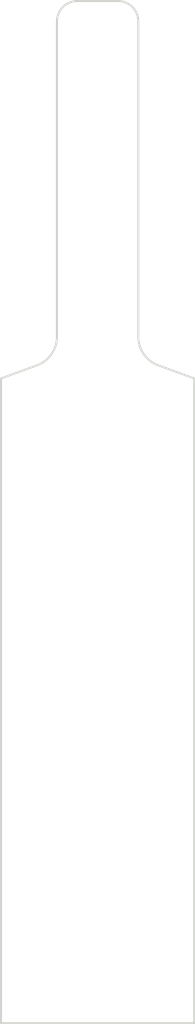
<source format=kicad_pcb>
(kicad_pcb (version 20221018) (generator pcbnew)

  (general
    (thickness 1.6)
  )

  (paper "A4")
  (layers
    (0 "F.Cu" signal)
    (31 "B.Cu" signal)
    (32 "B.Adhes" user "B.Adhesive")
    (33 "F.Adhes" user "F.Adhesive")
    (34 "B.Paste" user)
    (35 "F.Paste" user)
    (36 "B.SilkS" user "B.Silkscreen")
    (37 "F.SilkS" user "F.Silkscreen")
    (38 "B.Mask" user)
    (39 "F.Mask" user)
    (40 "Dwgs.User" user "User.Drawings")
    (41 "Cmts.User" user "User.Comments")
    (42 "Eco1.User" user "User.Eco1")
    (43 "Eco2.User" user "User.Eco2")
    (44 "Edge.Cuts" user)
    (45 "Margin" user)
    (46 "B.CrtYd" user "B.Courtyard")
    (47 "F.CrtYd" user "F.Courtyard")
    (48 "B.Fab" user)
    (49 "F.Fab" user)
    (50 "User.1" user)
    (51 "User.2" user)
    (52 "User.3" user)
    (53 "User.4" user)
    (54 "User.5" user)
    (55 "User.6" user)
    (56 "User.7" user)
    (57 "User.8" user)
    (58 "User.9" user)
  )

  (setup
    (stackup
      (layer "F.SilkS" (type "Top Silk Screen"))
      (layer "F.Paste" (type "Top Solder Paste"))
      (layer "F.Mask" (type "Top Solder Mask") (thickness 0.01))
      (layer "F.Cu" (type "copper") (thickness 0.035))
      (layer "dielectric 1" (type "core") (thickness 1.51) (material "FR4") (epsilon_r 4.5) (loss_tangent 0.02))
      (layer "B.Cu" (type "copper") (thickness 0.035))
      (layer "B.Mask" (type "Bottom Solder Mask") (thickness 0.01))
      (layer "B.Paste" (type "Bottom Solder Paste"))
      (layer "B.SilkS" (type "Bottom Silk Screen"))
      (copper_finish "None")
      (dielectric_constraints no)
    )
    (pad_to_mask_clearance 0)
    (pcbplotparams
      (layerselection 0x00010fc_ffffffff)
      (plot_on_all_layers_selection 0x0000000_00000000)
      (disableapertmacros false)
      (usegerberextensions true)
      (usegerberattributes false)
      (usegerberadvancedattributes false)
      (creategerberjobfile false)
      (dashed_line_dash_ratio 12.000000)
      (dashed_line_gap_ratio 3.000000)
      (svgprecision 4)
      (plotframeref false)
      (viasonmask false)
      (mode 1)
      (useauxorigin false)
      (hpglpennumber 1)
      (hpglpenspeed 20)
      (hpglpendiameter 15.000000)
      (dxfpolygonmode true)
      (dxfimperialunits true)
      (dxfusepcbnewfont true)
      (psnegative false)
      (psa4output false)
      (plotreference true)
      (plotvalue false)
      (plotinvisibletext false)
      (sketchpadsonfab false)
      (subtractmaskfromsilk true)
      (outputformat 1)
      (mirror false)
      (drillshape 0)
      (scaleselection 1)
      (outputdirectory "manufacturing/")
    )
  )

  (net 0 "")

  (gr_arc (start 115.1 69.1975) (mid 114.557456 70.918229) (end 113.12606 72.016578)
    (stroke (width 0.2) (type solid)) (layer "Edge.Cuts") (tstamp 0101691d-22dc-4206-b67a-6c93861a1b00))
  (gr_line (start 128.6 136.5) (end 109.6 136.5)
    (stroke (width 0.2) (type solid)) (layer "Edge.Cuts") (tstamp 22bfc779-95c3-45e8-aa1a-43f0fd52c4da))
  (gr_arc (start 115.1 38.3) (mid 115.685786 36.885786) (end 117.1 36.3)
    (stroke (width 0.2) (type solid)) (layer "Edge.Cuts") (tstamp 3059bd48-d4dc-414c-947b-dc6eed451519))
  (gr_line (start 109.6 136.5) (end 109.6 73.3)
    (stroke (width 0.2) (type solid)) (layer "Edge.Cuts") (tstamp 7d108bc1-4087-4ffb-80e3-40d3e713e4e4))
  (gr_line (start 123.1 69.1975) (end 123.1 38.3)
    (stroke (width 0.2) (type solid)) (layer "Edge.Cuts") (tstamp 88963a51-1e29-4541-8f24-4d94c5a14b99))
  (gr_line (start 128.6 73.3) (end 125.07394 72.0166)
    (stroke (width 0.2) (type solid)) (layer "Edge.Cuts") (tstamp 8edbf6fa-08b2-49f0-a352-809d0dcd7062))
  (gr_line (start 115.1 69.1975) (end 115.1 38.3)
    (stroke (width 0.2) (type solid)) (layer "Edge.Cuts") (tstamp 9490dd5b-8c64-4622-b8f6-8efbaf9b372a))
  (gr_arc (start 121.1 36.3) (mid 122.514214 36.885786) (end 123.1 38.3)
    (stroke (width 0.2) (type solid)) (layer "Edge.Cuts") (tstamp 97915335-1fc3-4a5a-901e-cdbbdbd56206))
  (gr_line (start 121.1 36.3) (end 117.1 36.3)
    (stroke (width 0.2) (type solid)) (layer "Edge.Cuts") (tstamp 9907c1f2-9e51-43e6-badc-655342b1b066))
  (gr_line (start 109.6 73.3) (end 113.12606 72.0166)
    (stroke (width 0.2) (type solid)) (layer "Edge.Cuts") (tstamp a46ce6a3-969e-453b-a79d-b7627a60f589))
  (gr_arc (start 125.07394 72.016578) (mid 123.642544 70.918229) (end 123.1 69.1975)
    (stroke (width 0.2) (type solid)) (layer "Edge.Cuts") (tstamp f4131646-ddd0-49f7-9a06-c3cf0eefdc7e))
  (gr_line (start 128.6 73.3) (end 128.6 136.5)
    (stroke (width 0.2) (type solid)) (layer "Edge.Cuts") (tstamp fd04d658-29e9-4405-8b0a-f3f330d7dda5))

  (group "" (id aa7d0580-b8a3-4d76-b78c-f4b7f25b6bde)
    (members
      0101691d-22dc-4206-b67a-6c93861a1b00
      22bfc779-95c3-45e8-aa1a-43f0fd52c4da
      3059bd48-d4dc-414c-947b-dc6eed451519
      7d108bc1-4087-4ffb-80e3-40d3e713e4e4
      88963a51-1e29-4541-8f24-4d94c5a14b99
      8edbf6fa-08b2-49f0-a352-809d0dcd7062
      9490dd5b-8c64-4622-b8f6-8efbaf9b372a
      97915335-1fc3-4a5a-901e-cdbbdbd56206
      9907c1f2-9e51-43e6-badc-655342b1b066
      a46ce6a3-969e-453b-a79d-b7627a60f589
      f4131646-ddd0-49f7-9a06-c3cf0eefdc7e
      fd04d658-29e9-4405-8b0a-f3f330d7dda5
    )
  )
)

</source>
